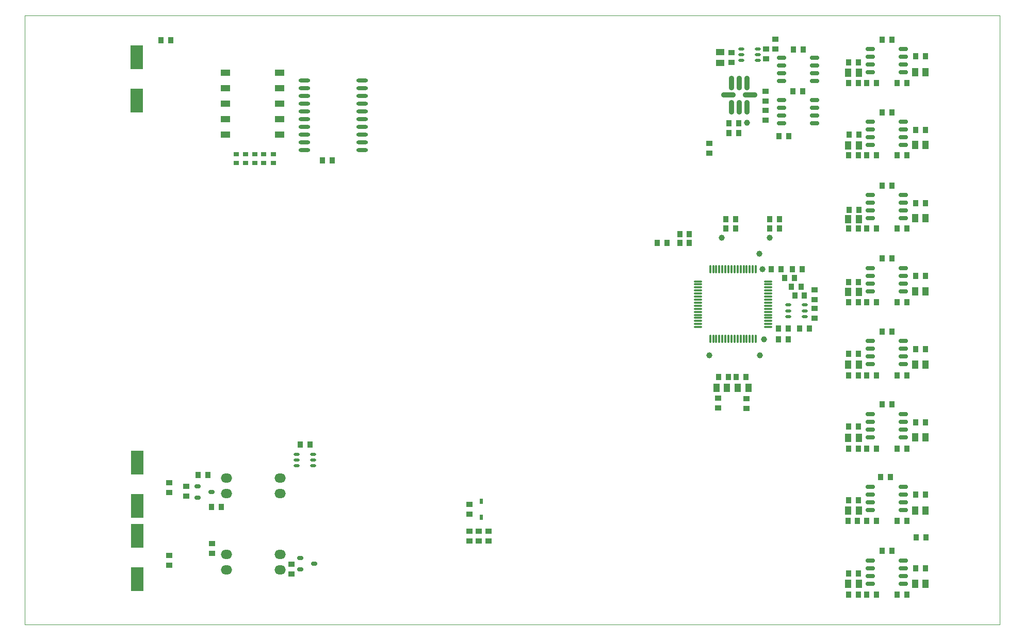
<source format=gtp>
G04*
G04 #@! TF.GenerationSoftware,Altium Limited,Altium Designer,22.6.1 (34)*
G04*
G04 Layer_Color=7597287*
%FSLAX44Y44*%
%MOMM*%
G71*
G04*
G04 #@! TF.SameCoordinates,7EAFA6D0-7FEA-492A-8EC4-A6B53FA9F8CD*
G04*
G04*
G04 #@! TF.FilePolarity,Positive*
G04*
G01*
G75*
%ADD13C,0.1000*%
%ADD16R,1.0000X0.9500*%
%ADD17O,1.4500X0.3000*%
%ADD18O,0.3000X1.4500*%
%ADD19R,0.9500X1.0000*%
%ADD20R,1.0500X1.4000*%
G04:AMPARAMS|DCode=21|XSize=0.6mm|YSize=1.55mm|CornerRadius=0.15mm|HoleSize=0mm|Usage=FLASHONLY|Rotation=90.000|XOffset=0mm|YOffset=0mm|HoleType=Round|Shape=RoundedRectangle|*
%AMROUNDEDRECTD21*
21,1,0.6000,1.2500,0,0,90.0*
21,1,0.3000,1.5500,0,0,90.0*
1,1,0.3000,0.6250,0.1500*
1,1,0.3000,0.6250,-0.1500*
1,1,0.3000,-0.6250,-0.1500*
1,1,0.3000,-0.6250,0.1500*
%
%ADD21ROUNDEDRECTD21*%
%ADD22C,1.0000*%
%ADD23O,0.9000X2.4000*%
%ADD24O,2.4000X0.9000*%
%ADD25O,1.0000X0.5000*%
%ADD26R,1.4000X1.0500*%
%ADD27O,1.9000X0.6000*%
G04:AMPARAMS|DCode=28|XSize=0.5mm|YSize=0.9mm|CornerRadius=0.0625mm|HoleSize=0mm|Usage=FLASHONLY|Rotation=0.000|XOffset=0mm|YOffset=0mm|HoleType=Round|Shape=RoundedRectangle|*
%AMROUNDEDRECTD28*
21,1,0.5000,0.7750,0,0,0.0*
21,1,0.3750,0.9000,0,0,0.0*
1,1,0.1250,0.1875,-0.3875*
1,1,0.1250,-0.1875,-0.3875*
1,1,0.1250,-0.1875,0.3875*
1,1,0.1250,0.1875,0.3875*
%
%ADD28ROUNDEDRECTD28*%
%ADD29R,0.9000X0.7500*%
G04:AMPARAMS|DCode=30|XSize=0.6mm|YSize=1mm|CornerRadius=0.15mm|HoleSize=0mm|Usage=FLASHONLY|Rotation=90.000|XOffset=0mm|YOffset=0mm|HoleType=Round|Shape=RoundedRectangle|*
%AMROUNDEDRECTD30*
21,1,0.6000,0.7000,0,0,90.0*
21,1,0.3000,1.0000,0,0,90.0*
1,1,0.3000,0.3500,0.1500*
1,1,0.3000,0.3500,-0.1500*
1,1,0.3000,-0.3500,-0.1500*
1,1,0.3000,-0.3500,0.1500*
%
%ADD30ROUNDEDRECTD30*%
%ADD31O,1.8500X1.5000*%
%ADD32R,2.0000X4.0000*%
%ADD33R,1.5000X1.1000*%
D13*
X0Y1000000D02*
X1600000D01*
X0Y0D02*
Y1000000D01*
X1600000D02*
X1600000Y0D01*
X0D02*
X1600000D01*
D16*
X761000Y137000D02*
D03*
Y153000D02*
D03*
X730000Y137000D02*
D03*
Y153000D02*
D03*
X745000D02*
D03*
Y137000D02*
D03*
X237500Y97000D02*
D03*
Y113000D02*
D03*
X1185000Y371000D02*
D03*
Y355000D02*
D03*
X1138000Y371595D02*
D03*
Y355595D02*
D03*
X1216000Y859000D02*
D03*
Y875000D02*
D03*
X1232000Y961000D02*
D03*
Y945000D02*
D03*
X1216000Y844000D02*
D03*
Y828000D02*
D03*
X1217000Y929000D02*
D03*
Y945000D02*
D03*
X1160000Y939000D02*
D03*
Y923000D02*
D03*
X1124000Y790000D02*
D03*
Y774000D02*
D03*
X1296000Y533000D02*
D03*
Y549000D02*
D03*
Y518797D02*
D03*
Y502798D02*
D03*
X237500Y217000D02*
D03*
Y233000D02*
D03*
X730000Y181000D02*
D03*
Y197000D02*
D03*
X265280Y210440D02*
D03*
Y226440D02*
D03*
X307500Y117000D02*
D03*
Y133000D02*
D03*
X438000Y99000D02*
D03*
Y83000D02*
D03*
D17*
X1105250Y488250D02*
D03*
Y493250D02*
D03*
Y498250D02*
D03*
Y503250D02*
D03*
Y508250D02*
D03*
Y513250D02*
D03*
Y518250D02*
D03*
Y523250D02*
D03*
Y528250D02*
D03*
Y533250D02*
D03*
Y538250D02*
D03*
Y543250D02*
D03*
Y548250D02*
D03*
Y553250D02*
D03*
Y558250D02*
D03*
Y563250D02*
D03*
X1219750D02*
D03*
Y558250D02*
D03*
Y553250D02*
D03*
Y548250D02*
D03*
Y543250D02*
D03*
Y538250D02*
D03*
Y533250D02*
D03*
Y528250D02*
D03*
Y523250D02*
D03*
Y518250D02*
D03*
Y513250D02*
D03*
Y508250D02*
D03*
Y503250D02*
D03*
Y498250D02*
D03*
Y493250D02*
D03*
Y488250D02*
D03*
D18*
X1125000Y583000D02*
D03*
X1130000D02*
D03*
X1135000D02*
D03*
X1140000D02*
D03*
X1145000D02*
D03*
X1150000D02*
D03*
X1155000D02*
D03*
X1160000D02*
D03*
X1165000D02*
D03*
X1170000D02*
D03*
X1175000D02*
D03*
X1180000D02*
D03*
X1185000D02*
D03*
X1190000D02*
D03*
X1195000D02*
D03*
X1200000D02*
D03*
Y468500D02*
D03*
X1195000D02*
D03*
X1190000D02*
D03*
X1185000D02*
D03*
X1180000D02*
D03*
X1175000D02*
D03*
X1170000D02*
D03*
X1165000D02*
D03*
X1160000D02*
D03*
X1155000D02*
D03*
X1150000D02*
D03*
X1145000D02*
D03*
X1140000D02*
D03*
X1135000D02*
D03*
X1130000D02*
D03*
X1125000D02*
D03*
D19*
X1463000Y143000D02*
D03*
X1479000D02*
D03*
X488520Y761500D02*
D03*
X504520D02*
D03*
X1184000Y406000D02*
D03*
X1168000D02*
D03*
X1155000D02*
D03*
X1139000D02*
D03*
X1368000Y49000D02*
D03*
X1352000D02*
D03*
Y84000D02*
D03*
X1368000D02*
D03*
X1398000Y49000D02*
D03*
X1382000D02*
D03*
X1432000D02*
D03*
X1448000D02*
D03*
X1462000Y92000D02*
D03*
X1478000D02*
D03*
X1407000Y121000D02*
D03*
X1423000D02*
D03*
X1462000Y213000D02*
D03*
X1478000D02*
D03*
X1432000Y170000D02*
D03*
X1448000D02*
D03*
X1398000D02*
D03*
X1382000D02*
D03*
X1367000D02*
D03*
X1351000D02*
D03*
X1352000Y204000D02*
D03*
X1368000D02*
D03*
X1405000Y242000D02*
D03*
X1421000D02*
D03*
X1448000Y289000D02*
D03*
X1432000D02*
D03*
X1382000D02*
D03*
X1398000D02*
D03*
X1352000D02*
D03*
X1368000D02*
D03*
Y325000D02*
D03*
X1352000D02*
D03*
X1478000Y332000D02*
D03*
X1462000D02*
D03*
X1423000Y361000D02*
D03*
X1407000D02*
D03*
X1253000Y468000D02*
D03*
X1237000D02*
D03*
X1223000Y665000D02*
D03*
X1239000D02*
D03*
X1225000Y583000D02*
D03*
X1241000D02*
D03*
X1223000Y650000D02*
D03*
X1239000D02*
D03*
X1368000D02*
D03*
X1352000D02*
D03*
Y409000D02*
D03*
X1368000D02*
D03*
Y444000D02*
D03*
X1352000D02*
D03*
X1382000Y409000D02*
D03*
X1398000D02*
D03*
X1448000D02*
D03*
X1432000D02*
D03*
X1478000Y452000D02*
D03*
X1462000D02*
D03*
X1423000Y481000D02*
D03*
X1407000D02*
D03*
X1276000Y583000D02*
D03*
X1260000D02*
D03*
X1253000Y486000D02*
D03*
X1237000D02*
D03*
X1272000D02*
D03*
X1288000D02*
D03*
X1382000Y529000D02*
D03*
X1398000D02*
D03*
X1448000D02*
D03*
X1432000D02*
D03*
X1478000Y572000D02*
D03*
X1462000D02*
D03*
X1368000Y562000D02*
D03*
X1352000D02*
D03*
Y529000D02*
D03*
X1368000D02*
D03*
X1423000Y601000D02*
D03*
X1407000D02*
D03*
X1382000Y650000D02*
D03*
X1398000D02*
D03*
X1448000D02*
D03*
X1432000D02*
D03*
X1369000Y681000D02*
D03*
X1353000D02*
D03*
X1423000Y720703D02*
D03*
X1407000D02*
D03*
X1478000Y692000D02*
D03*
X1462000D02*
D03*
X1448000Y770000D02*
D03*
X1432000D02*
D03*
X1423000Y840703D02*
D03*
X1407000D02*
D03*
X1382000Y770000D02*
D03*
X1398000D02*
D03*
X1369000Y804000D02*
D03*
X1353000D02*
D03*
X1352000Y770000D02*
D03*
X1368000D02*
D03*
X1478000Y812000D02*
D03*
X1462000D02*
D03*
X1156000Y823000D02*
D03*
X1172000D02*
D03*
X1091000Y626000D02*
D03*
X1075000D02*
D03*
X1038000D02*
D03*
X1054000D02*
D03*
X1091000Y641000D02*
D03*
X1075000D02*
D03*
X1238000Y802000D02*
D03*
X1254000D02*
D03*
X1156000Y807000D02*
D03*
X1172000D02*
D03*
X1277000Y875000D02*
D03*
X1261000D02*
D03*
X1151000Y650000D02*
D03*
X1167000D02*
D03*
X1151000Y665000D02*
D03*
X1167000D02*
D03*
X1247000Y568797D02*
D03*
X1263000D02*
D03*
X1263797Y540392D02*
D03*
X1279797D02*
D03*
X1274000Y554595D02*
D03*
X1258000D02*
D03*
X1278000Y944000D02*
D03*
X1262000D02*
D03*
X300500Y245000D02*
D03*
X284500D02*
D03*
X468000Y295000D02*
D03*
X452000D02*
D03*
X323000Y192500D02*
D03*
X307000D02*
D03*
X240000Y959000D02*
D03*
X224000D02*
D03*
X1448000Y889000D02*
D03*
X1432000D02*
D03*
X1478000Y933000D02*
D03*
X1462000D02*
D03*
X1423000Y960000D02*
D03*
X1407000D02*
D03*
X1368000Y923000D02*
D03*
X1352000D02*
D03*
Y888797D02*
D03*
X1368000D02*
D03*
X1382000D02*
D03*
X1398000D02*
D03*
D20*
X1170452Y388797D02*
D03*
X1187952D02*
D03*
X1135250D02*
D03*
X1152750D02*
D03*
X1351250Y67000D02*
D03*
X1368750D02*
D03*
X1478750D02*
D03*
X1461250D02*
D03*
X1478750Y187000D02*
D03*
X1461250D02*
D03*
X1351250D02*
D03*
X1368750D02*
D03*
X1351250Y306000D02*
D03*
X1368750D02*
D03*
X1478750Y307000D02*
D03*
X1461250D02*
D03*
X1351250Y427000D02*
D03*
X1368750D02*
D03*
X1478750D02*
D03*
X1461250D02*
D03*
X1351250Y546000D02*
D03*
X1368750D02*
D03*
X1478750Y547000D02*
D03*
X1461250D02*
D03*
X1478750Y667000D02*
D03*
X1461250D02*
D03*
X1351250Y665000D02*
D03*
X1368750D02*
D03*
X1351250Y786797D02*
D03*
X1368750D02*
D03*
X1478750Y787000D02*
D03*
X1461250D02*
D03*
Y907000D02*
D03*
X1478750D02*
D03*
X1368750Y906000D02*
D03*
X1351250D02*
D03*
D21*
X1442000Y105050D02*
D03*
Y92350D02*
D03*
Y79650D02*
D03*
Y66950D02*
D03*
X1388000D02*
D03*
Y79650D02*
D03*
Y92350D02*
D03*
Y105050D02*
D03*
X1442000Y225860D02*
D03*
Y213160D02*
D03*
Y200460D02*
D03*
Y187760D02*
D03*
X1388000D02*
D03*
Y200460D02*
D03*
Y213160D02*
D03*
Y225860D02*
D03*
Y345050D02*
D03*
Y332350D02*
D03*
Y319650D02*
D03*
Y306950D02*
D03*
X1442000D02*
D03*
Y319650D02*
D03*
Y332350D02*
D03*
Y345050D02*
D03*
X1388000Y825050D02*
D03*
Y812350D02*
D03*
Y799650D02*
D03*
Y786950D02*
D03*
X1442000D02*
D03*
Y799650D02*
D03*
Y812350D02*
D03*
Y825050D02*
D03*
X1388000Y465360D02*
D03*
Y452660D02*
D03*
Y439960D02*
D03*
Y427260D02*
D03*
X1442000D02*
D03*
Y439960D02*
D03*
Y452660D02*
D03*
Y465360D02*
D03*
Y945050D02*
D03*
Y932350D02*
D03*
Y919650D02*
D03*
Y906950D02*
D03*
X1388000D02*
D03*
Y919650D02*
D03*
Y932350D02*
D03*
Y945050D02*
D03*
Y585050D02*
D03*
Y572350D02*
D03*
Y559650D02*
D03*
Y546950D02*
D03*
X1442000D02*
D03*
Y559650D02*
D03*
Y572350D02*
D03*
Y585050D02*
D03*
X1388000Y705050D02*
D03*
Y692350D02*
D03*
Y679650D02*
D03*
Y666950D02*
D03*
X1442000D02*
D03*
Y679650D02*
D03*
Y692350D02*
D03*
Y705050D02*
D03*
X1296000Y861050D02*
D03*
Y848350D02*
D03*
Y835650D02*
D03*
Y822950D02*
D03*
X1242000D02*
D03*
Y835650D02*
D03*
Y848350D02*
D03*
Y861050D02*
D03*
X1296350Y930360D02*
D03*
Y917660D02*
D03*
Y904960D02*
D03*
Y892260D02*
D03*
X1242350D02*
D03*
Y904960D02*
D03*
Y917660D02*
D03*
Y930360D02*
D03*
D22*
X1144000Y635000D02*
D03*
X1223000D02*
D03*
X1207000Y442000D02*
D03*
X1213000Y468000D02*
D03*
X1124000Y442000D02*
D03*
X1185700Y823325D02*
D03*
X1206000Y609000D02*
D03*
X1211000Y583000D02*
D03*
D23*
X1185700Y889250D02*
D03*
X1173000Y889250D02*
D03*
X1160300Y889250D02*
D03*
Y848750D02*
D03*
X1173000Y848750D02*
D03*
X1185700Y848750D02*
D03*
D24*
X1155250Y869000D02*
D03*
X1190750D02*
D03*
D25*
X1176000Y945000D02*
D03*
X1176000Y935500D02*
D03*
X1176000Y926000D02*
D03*
X1203000Y945000D02*
D03*
X1203000Y935500D02*
D03*
X1203000Y926000D02*
D03*
X1253500Y524490D02*
D03*
X1253500Y514990D02*
D03*
X1253500Y505490D02*
D03*
X1280500Y524490D02*
D03*
X1280500Y514990D02*
D03*
X1280500Y505490D02*
D03*
X473500Y260500D02*
D03*
X473500Y270000D02*
D03*
X473500Y279500D02*
D03*
X446500Y260500D02*
D03*
X446500Y270000D02*
D03*
X446500Y279500D02*
D03*
D26*
X1141000Y922250D02*
D03*
Y939750D02*
D03*
D27*
X459020Y893150D02*
D03*
Y880450D02*
D03*
Y867750D02*
D03*
Y855050D02*
D03*
Y842350D02*
D03*
Y829650D02*
D03*
Y816950D02*
D03*
Y804250D02*
D03*
Y791550D02*
D03*
Y778850D02*
D03*
X554020Y893150D02*
D03*
Y880450D02*
D03*
Y867750D02*
D03*
Y855050D02*
D03*
Y842350D02*
D03*
Y829650D02*
D03*
Y816950D02*
D03*
Y804250D02*
D03*
Y791550D02*
D03*
Y778850D02*
D03*
D28*
X749000Y176000D02*
D03*
Y202000D02*
D03*
D29*
X408000Y758000D02*
D03*
Y772000D02*
D03*
X392500Y758000D02*
D03*
Y772000D02*
D03*
X377500Y758000D02*
D03*
Y772000D02*
D03*
X362500Y758000D02*
D03*
Y772000D02*
D03*
X347500Y758000D02*
D03*
Y772000D02*
D03*
D30*
X306500Y217500D02*
D03*
X283500Y208000D02*
D03*
Y227000D02*
D03*
X475500Y100000D02*
D03*
X452500Y90500D02*
D03*
Y109500D02*
D03*
D31*
X330750Y115200D02*
D03*
Y89800D02*
D03*
X419250Y115200D02*
D03*
Y89800D02*
D03*
X330750Y240200D02*
D03*
Y214800D02*
D03*
X419250Y240200D02*
D03*
Y214800D02*
D03*
D32*
X185000Y74500D02*
D03*
Y145500D02*
D03*
X185000Y195000D02*
D03*
Y266000D02*
D03*
X184000Y931500D02*
D03*
Y860500D02*
D03*
D33*
X418180Y905800D02*
D03*
Y880400D02*
D03*
X329280Y804200D02*
D03*
X329230Y829600D02*
D03*
X418180Y804200D02*
D03*
X329230Y855000D02*
D03*
X418180Y829600D02*
D03*
X329230Y880400D02*
D03*
X418180Y855000D02*
D03*
X329230Y905800D02*
D03*
M02*

</source>
